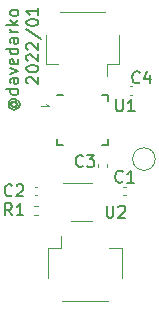
<source format=gbr>
%TF.GenerationSoftware,KiCad,Pcbnew,(5.1.9-0-10_14)*%
%TF.CreationDate,2022-01-13T23:21:40+01:00*%
%TF.ProjectId,tinypico_shield,74696e79-7069-4636-9f5f-736869656c64,rev?*%
%TF.SameCoordinates,Original*%
%TF.FileFunction,Legend,Top*%
%TF.FilePolarity,Positive*%
%FSLAX46Y46*%
G04 Gerber Fmt 4.6, Leading zero omitted, Abs format (unit mm)*
G04 Created by KiCad (PCBNEW (5.1.9-0-10_14)) date 2022-01-13 23:21:40*
%MOMM*%
%LPD*%
G01*
G04 APERTURE LIST*
%ADD10C,0.150000*%
%ADD11C,0.120000*%
G04 APERTURE END LIST*
D10*
X4347619Y-12890476D02*
X4300000Y-12842857D01*
X4252380Y-12747619D01*
X4252380Y-12509523D01*
X4300000Y-12414285D01*
X4347619Y-12366666D01*
X4442857Y-12319047D01*
X4538095Y-12319047D01*
X4680952Y-12366666D01*
X5252380Y-12938095D01*
X5252380Y-12319047D01*
X4252380Y-11700000D02*
X4252380Y-11604761D01*
X4300000Y-11509523D01*
X4347619Y-11461904D01*
X4442857Y-11414285D01*
X4633333Y-11366666D01*
X4871428Y-11366666D01*
X5061904Y-11414285D01*
X5157142Y-11461904D01*
X5204761Y-11509523D01*
X5252380Y-11604761D01*
X5252380Y-11700000D01*
X5204761Y-11795238D01*
X5157142Y-11842857D01*
X5061904Y-11890476D01*
X4871428Y-11938095D01*
X4633333Y-11938095D01*
X4442857Y-11890476D01*
X4347619Y-11842857D01*
X4300000Y-11795238D01*
X4252380Y-11700000D01*
X4347619Y-10985714D02*
X4300000Y-10938095D01*
X4252380Y-10842857D01*
X4252380Y-10604761D01*
X4300000Y-10509523D01*
X4347619Y-10461904D01*
X4442857Y-10414285D01*
X4538095Y-10414285D01*
X4680952Y-10461904D01*
X5252380Y-11033333D01*
X5252380Y-10414285D01*
X4347619Y-10033333D02*
X4300000Y-9985714D01*
X4252380Y-9890476D01*
X4252380Y-9652380D01*
X4300000Y-9557142D01*
X4347619Y-9509523D01*
X4442857Y-9461904D01*
X4538095Y-9461904D01*
X4680952Y-9509523D01*
X5252380Y-10080952D01*
X5252380Y-9461904D01*
X4204761Y-8319047D02*
X5490476Y-9176190D01*
X4252380Y-7795238D02*
X4252380Y-7700000D01*
X4300000Y-7604761D01*
X4347619Y-7557142D01*
X4442857Y-7509523D01*
X4633333Y-7461904D01*
X4871428Y-7461904D01*
X5061904Y-7509523D01*
X5157142Y-7557142D01*
X5204761Y-7604761D01*
X5252380Y-7700000D01*
X5252380Y-7795238D01*
X5204761Y-7890476D01*
X5157142Y-7938095D01*
X5061904Y-7985714D01*
X4871428Y-8033333D01*
X4633333Y-8033333D01*
X4442857Y-7985714D01*
X4347619Y-7938095D01*
X4300000Y-7890476D01*
X4252380Y-7795238D01*
X5252380Y-6509523D02*
X5252380Y-7080952D01*
X5252380Y-6795238D02*
X4252380Y-6795238D01*
X4395238Y-6890476D01*
X4490476Y-6985714D01*
X4538095Y-7080952D01*
X3076190Y-14471428D02*
X3028571Y-14519047D01*
X2980952Y-14614285D01*
X2980952Y-14709523D01*
X3028571Y-14804761D01*
X3076190Y-14852380D01*
X3171428Y-14900000D01*
X3266666Y-14900000D01*
X3361904Y-14852380D01*
X3409523Y-14804761D01*
X3457142Y-14709523D01*
X3457142Y-14614285D01*
X3409523Y-14519047D01*
X3361904Y-14471428D01*
X2980952Y-14471428D02*
X3361904Y-14471428D01*
X3409523Y-14423809D01*
X3409523Y-14376190D01*
X3361904Y-14280952D01*
X3266666Y-14233333D01*
X3028571Y-14233333D01*
X2885714Y-14328571D01*
X2790476Y-14471428D01*
X2742857Y-14661904D01*
X2790476Y-14852380D01*
X2885714Y-14995238D01*
X3028571Y-15090476D01*
X3219047Y-15138095D01*
X3409523Y-15090476D01*
X3552380Y-14995238D01*
X3647619Y-14852380D01*
X3695238Y-14661904D01*
X3647619Y-14471428D01*
X3552380Y-14328571D01*
X3552380Y-13376190D02*
X2552380Y-13376190D01*
X3504761Y-13376190D02*
X3552380Y-13471428D01*
X3552380Y-13661904D01*
X3504761Y-13757142D01*
X3457142Y-13804761D01*
X3361904Y-13852380D01*
X3076190Y-13852380D01*
X2980952Y-13804761D01*
X2933333Y-13757142D01*
X2885714Y-13661904D01*
X2885714Y-13471428D01*
X2933333Y-13376190D01*
X3552380Y-12471428D02*
X3028571Y-12471428D01*
X2933333Y-12519047D01*
X2885714Y-12614285D01*
X2885714Y-12804761D01*
X2933333Y-12900000D01*
X3504761Y-12471428D02*
X3552380Y-12566666D01*
X3552380Y-12804761D01*
X3504761Y-12900000D01*
X3409523Y-12947619D01*
X3314285Y-12947619D01*
X3219047Y-12900000D01*
X3171428Y-12804761D01*
X3171428Y-12566666D01*
X3123809Y-12471428D01*
X2885714Y-12090476D02*
X3552380Y-11852380D01*
X2885714Y-11614285D01*
X3504761Y-10852380D02*
X3552380Y-10947619D01*
X3552380Y-11138095D01*
X3504761Y-11233333D01*
X3409523Y-11280952D01*
X3028571Y-11280952D01*
X2933333Y-11233333D01*
X2885714Y-11138095D01*
X2885714Y-10947619D01*
X2933333Y-10852380D01*
X3028571Y-10804761D01*
X3123809Y-10804761D01*
X3219047Y-11280952D01*
X3552380Y-9947619D02*
X2552380Y-9947619D01*
X3504761Y-9947619D02*
X3552380Y-10042857D01*
X3552380Y-10233333D01*
X3504761Y-10328571D01*
X3457142Y-10376190D01*
X3361904Y-10423809D01*
X3076190Y-10423809D01*
X2980952Y-10376190D01*
X2933333Y-10328571D01*
X2885714Y-10233333D01*
X2885714Y-10042857D01*
X2933333Y-9947619D01*
X3552380Y-9042857D02*
X3028571Y-9042857D01*
X2933333Y-9090476D01*
X2885714Y-9185714D01*
X2885714Y-9376190D01*
X2933333Y-9471428D01*
X3504761Y-9042857D02*
X3552380Y-9138095D01*
X3552380Y-9376190D01*
X3504761Y-9471428D01*
X3409523Y-9519047D01*
X3314285Y-9519047D01*
X3219047Y-9471428D01*
X3171428Y-9376190D01*
X3171428Y-9138095D01*
X3123809Y-9042857D01*
X3552380Y-8566666D02*
X2885714Y-8566666D01*
X3076190Y-8566666D02*
X2980952Y-8519047D01*
X2933333Y-8471428D01*
X2885714Y-8376190D01*
X2885714Y-8280952D01*
X3552380Y-7947619D02*
X2552380Y-7947619D01*
X3171428Y-7852380D02*
X3552380Y-7566666D01*
X2885714Y-7566666D02*
X3266666Y-7947619D01*
X3552380Y-6995238D02*
X3504761Y-7090476D01*
X3457142Y-7138095D01*
X3361904Y-7185714D01*
X3076190Y-7185714D01*
X2980952Y-7138095D01*
X2933333Y-7090476D01*
X2885714Y-6995238D01*
X2885714Y-6852380D01*
X2933333Y-6757142D01*
X2980952Y-6709523D01*
X3076190Y-6661904D01*
X3361904Y-6661904D01*
X3457142Y-6709523D01*
X3504761Y-6757142D01*
X3552380Y-6852380D01*
X3552380Y-6995238D01*
D11*
X6200000Y-14800000D02*
X5900000Y-14600000D01*
X5500000Y-14800000D02*
X6200000Y-14800000D01*
%TO.C,C4*%
X12984165Y-13860000D02*
X13215835Y-13860000D01*
X12984165Y-13140000D02*
X13215835Y-13140000D01*
%TO.C,TP1*%
X15150000Y-19300000D02*
G75*
G03*
X15150000Y-19300000I-950000J0D01*
G01*
%TO.C,J8*%
X7260000Y-31310000D02*
X11140000Y-31310000D01*
X12310000Y-26840000D02*
X11260000Y-26840000D01*
X12310000Y-29340000D02*
X12310000Y-26840000D01*
X7140000Y-26840000D02*
X7140000Y-25850000D01*
X6090000Y-26840000D02*
X7140000Y-26840000D01*
X6090000Y-29340000D02*
X6090000Y-26840000D01*
%TO.C,U2*%
X9800000Y-21340000D02*
X7350000Y-21340000D01*
X8000000Y-24560000D02*
X9800000Y-24560000D01*
%TO.C,R1*%
X5265121Y-23315000D02*
X4929879Y-23315000D01*
X5265121Y-24075000D02*
X4929879Y-24075000D01*
%TO.C,C3*%
X10340000Y-19751665D02*
X10340000Y-19983335D01*
X11060000Y-19751665D02*
X11060000Y-19983335D01*
%TO.C,C2*%
X5183335Y-21640000D02*
X4951665Y-21640000D01*
X5183335Y-22360000D02*
X4951665Y-22360000D01*
%TO.C,C1*%
X12451665Y-22360000D02*
X12683335Y-22360000D01*
X12451665Y-21640000D02*
X12683335Y-21640000D01*
%TO.C,J9*%
X10940000Y-6815000D02*
X7060000Y-6815000D01*
X5890000Y-11285000D02*
X6940000Y-11285000D01*
X5890000Y-8785000D02*
X5890000Y-11285000D01*
X11060000Y-11285000D02*
X11060000Y-12275000D01*
X12110000Y-11285000D02*
X11060000Y-11285000D01*
X12110000Y-8785000D02*
X12110000Y-11285000D01*
D10*
%TO.C,U1*%
X11150000Y-13850000D02*
X10625000Y-13850000D01*
X11150000Y-18150000D02*
X10625000Y-18150000D01*
X6850000Y-18150000D02*
X7375000Y-18150000D01*
X6850000Y-13850000D02*
X7375000Y-13850000D01*
X11150000Y-18150000D02*
X11150000Y-17625000D01*
X6850000Y-18150000D02*
X6850000Y-17625000D01*
X11150000Y-13850000D02*
X11150000Y-14375000D01*
%TO.C,C4*%
X13833333Y-12789642D02*
X13785714Y-12837261D01*
X13642857Y-12884880D01*
X13547619Y-12884880D01*
X13404761Y-12837261D01*
X13309523Y-12742023D01*
X13261904Y-12646785D01*
X13214285Y-12456309D01*
X13214285Y-12313452D01*
X13261904Y-12122976D01*
X13309523Y-12027738D01*
X13404761Y-11932500D01*
X13547619Y-11884880D01*
X13642857Y-11884880D01*
X13785714Y-11932500D01*
X13833333Y-11980119D01*
X14690476Y-12218214D02*
X14690476Y-12884880D01*
X14452380Y-11837261D02*
X14214285Y-12551547D01*
X14833333Y-12551547D01*
%TO.C,U2*%
X11038095Y-23252380D02*
X11038095Y-24061904D01*
X11085714Y-24157142D01*
X11133333Y-24204761D01*
X11228571Y-24252380D01*
X11419047Y-24252380D01*
X11514285Y-24204761D01*
X11561904Y-24157142D01*
X11609523Y-24061904D01*
X11609523Y-23252380D01*
X12038095Y-23347619D02*
X12085714Y-23300000D01*
X12180952Y-23252380D01*
X12419047Y-23252380D01*
X12514285Y-23300000D01*
X12561904Y-23347619D01*
X12609523Y-23442857D01*
X12609523Y-23538095D01*
X12561904Y-23680952D01*
X11990476Y-24252380D01*
X12609523Y-24252380D01*
%TO.C,R1*%
X3033333Y-24052380D02*
X2700000Y-23576190D01*
X2461904Y-24052380D02*
X2461904Y-23052380D01*
X2842857Y-23052380D01*
X2938095Y-23100000D01*
X2985714Y-23147619D01*
X3033333Y-23242857D01*
X3033333Y-23385714D01*
X2985714Y-23480952D01*
X2938095Y-23528571D01*
X2842857Y-23576190D01*
X2461904Y-23576190D01*
X3985714Y-24052380D02*
X3414285Y-24052380D01*
X3700000Y-24052380D02*
X3700000Y-23052380D01*
X3604761Y-23195238D01*
X3509523Y-23290476D01*
X3414285Y-23338095D01*
%TO.C,C3*%
X9033333Y-19857142D02*
X8985714Y-19904761D01*
X8842857Y-19952380D01*
X8747619Y-19952380D01*
X8604761Y-19904761D01*
X8509523Y-19809523D01*
X8461904Y-19714285D01*
X8414285Y-19523809D01*
X8414285Y-19380952D01*
X8461904Y-19190476D01*
X8509523Y-19095238D01*
X8604761Y-19000000D01*
X8747619Y-18952380D01*
X8842857Y-18952380D01*
X8985714Y-19000000D01*
X9033333Y-19047619D01*
X9366666Y-18952380D02*
X9985714Y-18952380D01*
X9652380Y-19333333D01*
X9795238Y-19333333D01*
X9890476Y-19380952D01*
X9938095Y-19428571D01*
X9985714Y-19523809D01*
X9985714Y-19761904D01*
X9938095Y-19857142D01*
X9890476Y-19904761D01*
X9795238Y-19952380D01*
X9509523Y-19952380D01*
X9414285Y-19904761D01*
X9366666Y-19857142D01*
%TO.C,C2*%
X3033333Y-22357142D02*
X2985714Y-22404761D01*
X2842857Y-22452380D01*
X2747619Y-22452380D01*
X2604761Y-22404761D01*
X2509523Y-22309523D01*
X2461904Y-22214285D01*
X2414285Y-22023809D01*
X2414285Y-21880952D01*
X2461904Y-21690476D01*
X2509523Y-21595238D01*
X2604761Y-21500000D01*
X2747619Y-21452380D01*
X2842857Y-21452380D01*
X2985714Y-21500000D01*
X3033333Y-21547619D01*
X3414285Y-21547619D02*
X3461904Y-21500000D01*
X3557142Y-21452380D01*
X3795238Y-21452380D01*
X3890476Y-21500000D01*
X3938095Y-21547619D01*
X3985714Y-21642857D01*
X3985714Y-21738095D01*
X3938095Y-21880952D01*
X3366666Y-22452380D01*
X3985714Y-22452380D01*
%TO.C,C1*%
X12400833Y-21197142D02*
X12353214Y-21244761D01*
X12210357Y-21292380D01*
X12115119Y-21292380D01*
X11972261Y-21244761D01*
X11877023Y-21149523D01*
X11829404Y-21054285D01*
X11781785Y-20863809D01*
X11781785Y-20720952D01*
X11829404Y-20530476D01*
X11877023Y-20435238D01*
X11972261Y-20340000D01*
X12115119Y-20292380D01*
X12210357Y-20292380D01*
X12353214Y-20340000D01*
X12400833Y-20387619D01*
X13353214Y-21292380D02*
X12781785Y-21292380D01*
X13067500Y-21292380D02*
X13067500Y-20292380D01*
X12972261Y-20435238D01*
X12877023Y-20530476D01*
X12781785Y-20578095D01*
%TO.C,U1*%
X11838095Y-14252380D02*
X11838095Y-15061904D01*
X11885714Y-15157142D01*
X11933333Y-15204761D01*
X12028571Y-15252380D01*
X12219047Y-15252380D01*
X12314285Y-15204761D01*
X12361904Y-15157142D01*
X12409523Y-15061904D01*
X12409523Y-14252380D01*
X13409523Y-15252380D02*
X12838095Y-15252380D01*
X13123809Y-15252380D02*
X13123809Y-14252380D01*
X13028571Y-14395238D01*
X12933333Y-14490476D01*
X12838095Y-14538095D01*
%TD*%
M02*

</source>
